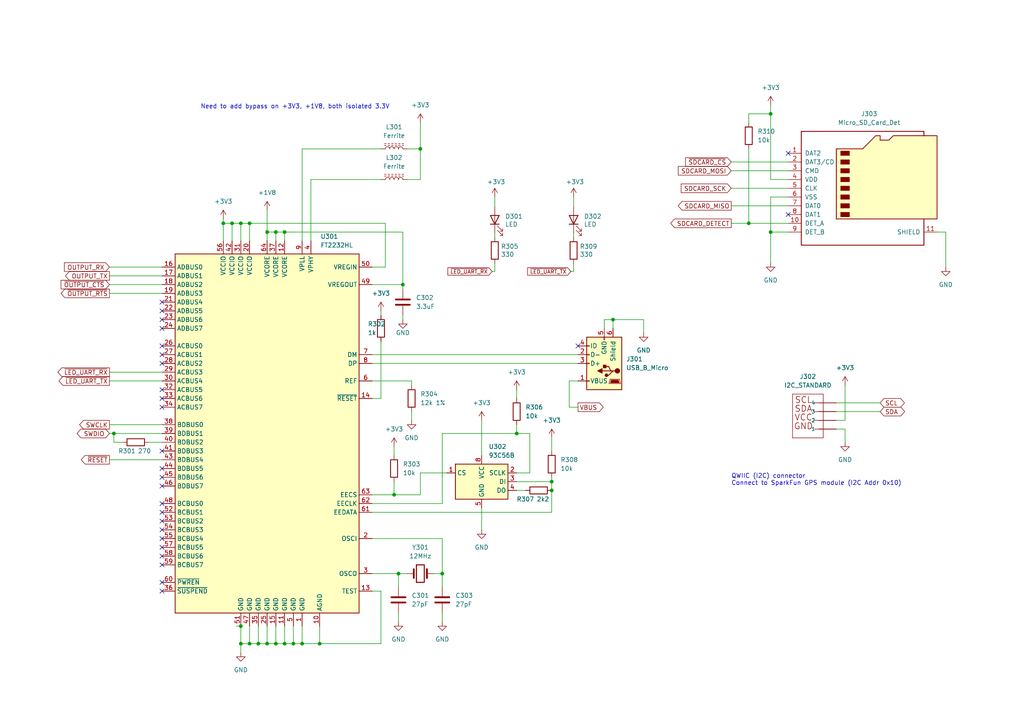
<source format=kicad_sch>
(kicad_sch (version 20211123) (generator eeschema)
  (paper "A4")
  (lib_symbols
    (symbol "Connector:Micro_SD_Card_Det" (pin_names (offset 1.016))
      (property "Reference" "J" (at -16.51 17.78 0))
      (property "Value" "Micro_SD_Card_Det" (at 16.51 17.78 0))
      (symbol "Micro_SD_Card_Det_0_1"
        (rectangle (start -7.62 -6.985) (end -5.08 -8.255) (fill (type outline)))
        (rectangle (start -7.62 -4.445) (end -5.08 -5.715) (fill (type outline)))
        (rectangle (start -7.62 -1.905) (end -5.08 -3.175) (fill (type outline)))
        (rectangle (start -7.62 0.635) (end -5.08 -0.635) (fill (type outline)))
        (rectangle (start -7.62 3.175) (end -5.08 1.905) (fill (type outline)))
        (rectangle (start -7.62 5.715) (end -5.08 4.445) (fill (type outline)))
        (rectangle (start -7.62 8.255) (end -5.08 6.985) (fill (type outline)))
        (rectangle (start -7.62 10.795) (end -5.08 9.525) (fill (type outline)))
        (polyline (pts (xy 16.51 15.24) (xy 16.51 16.51) (xy -19.05 16.51) (xy -19.05 -16.51) (xy 16.51 -16.51) (xy 16.51 -8.89)) (stroke (width 0.254)))
        (polyline (pts (xy -8.89 -8.89) (xy -8.89 11.43) (xy -1.27 11.43) (xy 2.54 15.24) (xy 3.81 15.24) (xy 3.81 13.97) (xy 6.35 13.97) (xy 7.62 15.24) (xy 20.32 15.24) (xy 20.32 -8.89) (xy -8.89 -8.89)) (stroke (width 0.254)) (fill (type background)))
      )
      (symbol "Micro_SD_Card_Det_1_1"
        (pin bidirectional line (at -22.86 10.16 0) (length 3.81) (name "DAT2") (number "1"))
        (pin passive line (at -22.86 -10.16 0) (length 3.81) (name "DET_A") (number "10"))
        (pin passive line (at 20.32 -12.7 180) (length 3.81) (name "SHIELD") (number "11"))
        (pin bidirectional line (at -22.86 7.62 0) (length 3.81) (name "DAT3/CD") (number "2"))
        (pin input line (at -22.86 5.08 0) (length 3.81) (name "CMD") (number "3"))
        (pin power_in line (at -22.86 2.54 0) (length 3.81) (name "VDD") (number "4"))
        (pin input line (at -22.86 0 0) (length 3.81) (name "CLK") (number "5"))
        (pin power_in line (at -22.86 -2.54 0) (length 3.81) (name "VSS") (number "6"))
        (pin bidirectional line (at -22.86 -5.08 0) (length 3.81) (name "DAT0") (number "7"))
        (pin bidirectional line (at -22.86 -7.62 0) (length 3.81) (name "DAT1") (number "8"))
        (pin passive line (at -22.86 -12.7 0) (length 3.81) (name "DET_B") (number "9"))
      )
    )
    (symbol "Connector:USB_B_Micro" (pin_names (offset 1.016))
      (property "Reference" "J" (at -5.08 11.43 0))
      (property "Value" "USB_B_Micro" (at -5.08 8.89 0))
      (symbol "USB_B_Micro_0_1"
        (rectangle (start -5.08 -7.62) (end 5.08 7.62) (stroke (width 0.254)) (fill (type background)))
        (circle (center -3.81 2.159) (radius 0.635) (stroke (width 0.254)) (fill (type outline)))
        (circle (center -0.635 3.429) (radius 0.381) (stroke (width 0.254)) (fill (type outline)))
        (rectangle (start -0.127 -7.62) (end 0.127 -6.858))
        (polyline (pts (xy -1.905 2.159) (xy 0.635 2.159)) (stroke (width 0.254)))
        (polyline (pts (xy -3.175 2.159) (xy -2.54 2.159) (xy -1.27 3.429) (xy -0.635 3.429)) (stroke (width 0.254)))
        (polyline (pts (xy -2.54 2.159) (xy -1.905 2.159) (xy -1.27 0.889) (xy 0 0.889)) (stroke (width 0.254)))
        (polyline (pts (xy 0.635 2.794) (xy 0.635 1.524) (xy 1.905 2.159) (xy 0.635 2.794)) (stroke (width 0.254)) (fill (type outline)))
        (polyline (pts (xy -4.318 5.588) (xy -1.778 5.588) (xy -2.032 4.826) (xy -4.064 4.826) (xy -4.318 5.588)) (fill (type outline)))
        (polyline (pts (xy -4.699 5.842) (xy -4.699 5.588) (xy -4.445 4.826) (xy -4.445 4.572) (xy -1.651 4.572) (xy -1.651 4.826) (xy -1.397 5.588) (xy -1.397 5.842) (xy -4.699 5.842)))
        (rectangle (start 0.254 1.27) (end -0.508 0.508) (stroke (width 0.254)) (fill (type outline)))
        (rectangle (start 5.08 -5.207) (end 4.318 -4.953))
        (rectangle (start 5.08 -2.667) (end 4.318 -2.413))
        (rectangle (start 5.08 -0.127) (end 4.318 0.127))
        (rectangle (start 5.08 4.953) (end 4.318 5.207))
      )
      (symbol "USB_B_Micro_1_1"
        (pin power_out line (at 7.62 5.08 180) (length 2.54) (name "VBUS") (number "1"))
        (pin bidirectional line (at 7.62 -2.54 180) (length 2.54) (name "D-") (number "2"))
        (pin bidirectional line (at 7.62 0 180) (length 2.54) (name "D+") (number "3"))
        (pin passive line (at 7.62 -5.08 180) (length 2.54) (name "ID") (number "4"))
        (pin power_out line (at 0 -10.16 90) (length 2.54) (name "GND") (number "5"))
        (pin passive line (at -2.54 -10.16 90) (length 2.54) (name "Shield") (number "6"))
      )
    )
    (symbol "Device:C" (pin_numbers hide) (pin_names (offset 0.254))
      (property "Reference" "C" (at 0.635 2.54 0))
      (property "Value" "C" (at 0.635 -2.54 0))
      (symbol "C_0_1"
        (polyline (pts (xy -2.032 -0.762) (xy 2.032 -0.762)) (stroke (width 0.508)))
        (polyline (pts (xy -2.032 0.762) (xy 2.032 0.762)) (stroke (width 0.508)))
      )
      (symbol "C_1_1"
        (pin passive line (at 0 3.81 270) (length 2.794) (name "~") (number "1"))
        (pin passive line (at 0 -3.81 90) (length 2.794) (name "~") (number "2"))
      )
    )
    (symbol "Device:Crystal" (pin_numbers hide) (pin_names (offset 1.016) hide)
      (property "Reference" "Y" (at 0 3.81 0))
      (property "Value" "Crystal" (at 0 -3.81 0))
      (symbol "Crystal_0_1"
        (rectangle (start -1.143 2.54) (end 1.143 -2.54) (stroke (width 0.3048)))
        (polyline (pts (xy -2.54 0) (xy -1.905 0)))
        (polyline (pts (xy -1.905 -1.27) (xy -1.905 1.27)) (stroke (width 0.508)))
        (polyline (pts (xy 1.905 -1.27) (xy 1.905 1.27)) (stroke (width 0.508)))
        (polyline (pts (xy 2.54 0) (xy 1.905 0)))
      )
      (symbol "Crystal_1_1"
        (pin passive line (at -3.81 0 0) (length 1.27) (name "1") (number "1"))
        (pin passive line (at 3.81 0 180) (length 1.27) (name "2") (number "2"))
      )
    )
    (symbol "Device:LED" (pin_numbers hide) (pin_names (offset 1.016) hide)
      (property "Reference" "D" (at 0 2.54 0))
      (property "Value" "LED" (at 0 -2.54 0))
      (symbol "LED_0_1"
        (polyline (pts (xy -1.27 -1.27) (xy -1.27 1.27)) (stroke (width 0.254)))
        (polyline (pts (xy -1.27 0) (xy 1.27 0)))
        (polyline (pts (xy 1.27 -1.27) (xy 1.27 1.27) (xy -1.27 0) (xy 1.27 -1.27)) (stroke (width 0.254)))
        (polyline (pts (xy -3.048 -0.762) (xy -4.572 -2.286) (xy -3.81 -2.286) (xy -4.572 -2.286) (xy -4.572 -1.524)))
        (polyline (pts (xy -1.778 -0.762) (xy -3.302 -2.286) (xy -2.54 -2.286) (xy -3.302 -2.286) (xy -3.302 -1.524)))
      )
      (symbol "LED_1_1"
        (pin passive line (at -3.81 0 0) (length 2.54) (name "K") (number "1"))
        (pin passive line (at 3.81 0 180) (length 2.54) (name "A") (number "2"))
      )
    )
    (symbol "Device:L_Ferrite" (pin_numbers hide) (pin_names (offset 1.016) hide)
      (property "Reference" "L" (at -1.27 0 90))
      (property "Value" "L_Ferrite" (at 2.794 0 90))
      (symbol "L_Ferrite_0_1"
        (arc (start 0 -2.54) (mid 0.635 -1.905) (end 0 -1.27))
        (arc (start 0 -1.27) (mid 0.635 -0.635) (end 0 0))
        (polyline (pts (xy 1.016 -2.794) (xy 1.016 -2.286)))
        (polyline (pts (xy 1.016 -1.778) (xy 1.016 -1.27)))
        (polyline (pts (xy 1.016 -0.762) (xy 1.016 -0.254)))
        (polyline (pts (xy 1.016 0.254) (xy 1.016 0.762)))
        (polyline (pts (xy 1.016 1.27) (xy 1.016 1.778)))
        (polyline (pts (xy 1.016 2.286) (xy 1.016 2.794)))
        (polyline (pts (xy 1.524 -2.286) (xy 1.524 -2.794)))
        (polyline (pts (xy 1.524 -1.27) (xy 1.524 -1.778)))
        (polyline (pts (xy 1.524 -0.254) (xy 1.524 -0.762)))
        (polyline (pts (xy 1.524 0.762) (xy 1.524 0.254)))
        (polyline (pts (xy 1.524 1.778) (xy 1.524 1.27)))
        (polyline (pts (xy 1.524 2.794) (xy 1.524 2.286)))
        (arc (start 0 0) (mid 0.635 0.635) (end 0 1.27))
        (arc (start 0 1.27) (mid 0.635 1.905) (end 0 2.54))
      )
      (symbol "L_Ferrite_1_1"
        (pin passive line (at 0 3.81 270) (length 1.27) (name "1") (number "1"))
        (pin passive line (at 0 -3.81 90) (length 1.27) (name "2") (number "2"))
      )
    )
    (symbol "Device:R" (pin_numbers hide) (pin_names (offset 0))
      (property "Reference" "R" (at 2.032 0 90))
      (property "Value" "R" (at 0 0 90))
      (symbol "R_0_1"
        (rectangle (start -1.016 -2.54) (end 1.016 2.54) (stroke (width 0.254)))
      )
      (symbol "R_1_1"
        (pin passive line (at 0 3.81 270) (length 1.27) (name "~") (number "1"))
        (pin passive line (at 0 -3.81 90) (length 1.27) (name "~") (number "2"))
      )
    )
    (symbol "Interface_USB:FT2232HL"
      (property "Reference" "U" (at -26.67 53.34 0))
      (property "Value" "FT2232HL" (at 19.05 53.34 0))
      (symbol "FT2232HL_0_1"
        (rectangle (start -26.67 -52.07) (end 26.67 52.07) (stroke (width 0.254)) (fill (type background)))
      )
      (symbol "FT2232HL_1_1"
        (pin power_in line (at -10.16 -55.88 90) (length 3.81) (name "GND") (number "1"))
        (pin power_in line (at -15.24 -55.88 90) (length 3.81) (name "AGND") (number "10"))
        (pin power_in line (at -5.08 -55.88 90) (length 3.81) (name "GND") (number "11"))
        (pin power_in line (at -5.08 55.88 270) (length 3.81) (name "VCORE") (number "12"))
        (pin input line (at -30.48 -45.72 0) (length 3.81) (name "TEST") (number "13"))
        (pin input line (at -30.48 10.16 0) (length 3.81) (name "~{RESET}") (number "14"))
        (pin power_in line (at -2.54 -55.88 90) (length 3.81) (name "GND") (number "15"))
        (pin bidirectional line (at 30.48 48.26 180) (length 3.81) (name "ADBUS0") (number "16"))
        (pin bidirectional line (at 30.48 45.72 180) (length 3.81) (name "ADBUS1") (number "17"))
        (pin bidirectional line (at 30.48 43.18 180) (length 3.81) (name "ADBUS2") (number "18"))
        (pin bidirectional line (at 30.48 40.64 180) (length 3.81) (name "ADBUS3") (number "19"))
        (pin input line (at -30.48 -30.48 0) (length 3.81) (name "OSCI") (number "2"))
        (pin power_in line (at 5.08 55.88 270) (length 3.81) (name "VCCIO") (number "20"))
        (pin bidirectional line (at 30.48 38.1 180) (length 3.81) (name "ADBUS4") (number "21"))
        (pin bidirectional line (at 30.48 35.56 180) (length 3.81) (name "ADBUS5") (number "22"))
        (pin bidirectional line (at 30.48 33.02 180) (length 3.81) (name "ADBUS6") (number "23"))
        (pin bidirectional line (at 30.48 30.48 180) (length 3.81) (name "ADBUS7") (number "24"))
        (pin power_in line (at 0 -55.88 90) (length 3.81) (name "GND") (number "25"))
        (pin bidirectional line (at 30.48 25.4 180) (length 3.81) (name "ACBUS0") (number "26"))
        (pin bidirectional line (at 30.48 22.86 180) (length 3.81) (name "ACBUS1") (number "27"))
        (pin bidirectional line (at 30.48 20.32 180) (length 3.81) (name "ACBUS2") (number "28"))
        (pin bidirectional line (at 30.48 17.78 180) (length 3.81) (name "ACBUS3") (number "29"))
        (pin output line (at -30.48 -40.64 0) (length 3.81) (name "OSCO") (number "3"))
        (pin bidirectional line (at 30.48 15.24 180) (length 3.81) (name "ACBUS4") (number "30"))
        (pin power_in line (at 7.62 55.88 270) (length 3.81) (name "VCCIO") (number "31"))
        (pin bidirectional line (at 30.48 12.7 180) (length 3.81) (name "ACBUS5") (number "32"))
        (pin bidirectional line (at 30.48 10.16 180) (length 3.81) (name "ACBUS6") (number "33"))
        (pin bidirectional line (at 30.48 7.62 180) (length 3.81) (name "ACBUS7") (number "34"))
        (pin power_in line (at 2.54 -55.88 90) (length 3.81) (name "GND") (number "35"))
        (pin output line (at 30.48 -45.72 180) (length 3.81) (name "~{SUSPEND}") (number "36"))
        (pin power_in line (at -2.54 55.88 270) (length 3.81) (name "VCORE") (number "37"))
        (pin bidirectional line (at 30.48 2.54 180) (length 3.81) (name "BDBUS0") (number "38"))
        (pin bidirectional line (at 30.48 0 180) (length 3.81) (name "BDBUS1") (number "39"))
        (pin power_in line (at -12.7 55.88 270) (length 3.81) (name "VPHY") (number "4"))
        (pin bidirectional line (at 30.48 -2.54 180) (length 3.81) (name "BDBUS2") (number "40"))
        (pin bidirectional line (at 30.48 -5.08 180) (length 3.81) (name "BDBUS3") (number "41"))
        (pin power_in line (at 10.16 55.88 270) (length 3.81) (name "VCCIO") (number "42"))
        (pin bidirectional line (at 30.48 -7.62 180) (length 3.81) (name "BDBUS4") (number "43"))
        (pin bidirectional line (at 30.48 -10.16 180) (length 3.81) (name "BDBUS5") (number "44"))
        (pin bidirectional line (at 30.48 -12.7 180) (length 3.81) (name "BDBUS6") (number "45"))
        (pin bidirectional line (at 30.48 -15.24 180) (length 3.81) (name "BDBUS7") (number "46"))
        (pin power_in line (at 5.08 -55.88 90) (length 3.81) (name "GND") (number "47"))
        (pin bidirectional line (at 30.48 -20.32 180) (length 3.81) (name "BCBUS0") (number "48"))
        (pin power_out line (at -30.48 43.18 0) (length 3.81) (name "VREGOUT") (number "49"))
        (pin power_in line (at -7.62 -55.88 90) (length 3.81) (name "GND") (number "5"))
        (pin power_in line (at -30.48 48.26 0) (length 3.81) (name "VREGIN") (number "50"))
        (pin power_in line (at 7.62 -55.88 90) (length 3.81) (name "GND") (number "51"))
        (pin bidirectional line (at 30.48 -22.86 180) (length 3.81) (name "BCBUS1") (number "52"))
        (pin bidirectional line (at 30.48 -25.4 180) (length 3.81) (name "BCBUS2") (number "53"))
        (pin bidirectional line (at 30.48 -27.94 180) (length 3.81) (name "BCBUS3") (number "54"))
        (pin bidirectional line (at 30.48 -30.48 180) (length 3.81) (name "BCBUS4") (number "55"))
        (pin power_in line (at 12.7 55.88 270) (length 3.81) (name "VCCIO") (number "56"))
        (pin bidirectional line (at 30.48 -33.02 180) (length 3.81) (name "BCBUS5") (number "57"))
        (pin bidirectional line (at 30.48 -35.56 180) (length 3.81) (name "BCBUS6") (number "58"))
        (pin bidirectional line (at 30.48 -38.1 180) (length 3.81) (name "BCBUS7") (number "59"))
        (pin output line (at -30.48 15.24 0) (length 3.81) (name "REF") (number "6"))
        (pin output line (at 30.48 -43.18 180) (length 3.81) (name "~{PWREN}") (number "60"))
        (pin bidirectional line (at -30.48 -22.86 0) (length 3.81) (name "EEDATA") (number "61"))
        (pin output line (at -30.48 -20.32 0) (length 3.81) (name "EECLK") (number "62"))
        (pin output line (at -30.48 -17.78 0) (length 3.81) (name "EECS") (number "63"))
        (pin power_in line (at 0 55.88 270) (length 3.81) (name "VCORE") (number "64"))
        (pin bidirectional line (at -30.48 22.86 0) (length 3.81) (name "DM") (number "7"))
        (pin bidirectional line (at -30.48 20.32 0) (length 3.81) (name "DP") (number "8"))
        (pin input line (at -10.16 55.88 270) (length 3.81) (name "VPLL") (number "9"))
      )
    )
    (symbol "Memory_EEPROM:93CxxB"
      (property "Reference" "U" (at -7.62 6.35 0))
      (property "Value" "93CxxB" (at 2.54 -6.35 0))
      (symbol "93CxxB_1_1"
        (rectangle (start -7.62 5.08) (end 7.62 -5.08) (stroke (width 0.254)) (fill (type background)))
        (pin input line (at -10.16 2.54 0) (length 2.54) (name "CS") (number "1"))
        (pin input line (at 10.16 2.54 180) (length 2.54) (name "SCLK") (number "2"))
        (pin input line (at 10.16 0 180) (length 2.54) (name "DI") (number "3"))
        (pin tri_state line (at 10.16 -2.54 180) (length 2.54) (name "DO") (number "4"))
        (pin power_in line (at 0 -7.62 90) (length 2.54) (name "GND") (number "5"))
        (pin no_connect line (at -7.62 0 0) (length 2.54) hide (name "NC") (number "6"))
        (pin no_connect line (at -7.62 -2.54 0) (length 2.54) hide (name "NC") (number "7"))
        (pin power_in line (at 0 7.62 270) (length 2.54) (name "VCC") (number "8"))
      )
    )
    (symbol "SparkFun-Connectors:I2C_STANDARD" (pin_numbers hide) (pin_names (offset 1.016))
      (property "Reference" "J" (at -2.54 13.462 0))
      (property "Value" "I2C_STANDARD" (at -2.54 -2.54 0))
      (symbol "I2C_STANDARD_1_0"
        (polyline (pts (xy -2.54 12.7) (xy -2.54 0)))
        (polyline (pts (xy -2.54 12.7) (xy 6.35 12.7)))
        (polyline (pts (xy 3.81 2.54) (xy 5.08 2.54)))
        (polyline (pts (xy 3.81 5.08) (xy 5.08 5.08)))
        (polyline (pts (xy 3.81 7.62) (xy 5.08 7.62)))
        (polyline (pts (xy 3.81 10.16) (xy 5.08 10.16)))
        (polyline (pts (xy 6.35 0) (xy -2.54 0)))
        (polyline (pts (xy 6.35 0) (xy 6.35 12.7)))
        (text "GND" (at 0.635 3.429 0) (effects (font (size 1.778 1.778))))
        (text "SCL" (at 0.635 11.049 0) (effects (font (size 1.778 1.778))))
        (text "SDA" (at 0.635 8.509 0) (effects (font (size 1.778 1.778))))
        (text "VCC" (at 0.635 5.969 0) (effects (font (size 1.778 1.778))))
      )
      (symbol "I2C_STANDARD_1_1"
        (pin passive line (at 10.16 2.54 180) (length 5.08) (name "1") (number "1"))
        (pin passive line (at 10.16 5.08 180) (length 5.08) (name "2") (number "2"))
        (pin passive line (at 10.16 7.62 180) (length 5.08) (name "3") (number "3"))
        (pin passive line (at 10.16 10.16 180) (length 5.08) (name "4") (number "4"))
      )
    )
    (symbol "power:+1V8" (power) (pin_names (offset 0))
      (property "Value" "+1V8" (at 0 3.556 0))
      (symbol "+1V8_0_1"
        (polyline (pts (xy -0.762 1.27) (xy 0 2.54)))
        (polyline (pts (xy 0 0) (xy 0 2.54)))
        (polyline (pts (xy 0 2.54) (xy 0.762 1.27)))
      )
      (symbol "+1V8_1_1"
        (pin power_in line (at 0 0 90) (length 0) hide (name "+1V8") (number "1"))
      )
    )
    (symbol "power:+3V3" (power) (pin_names (offset 0))
      (property "Value" "+3V3" (at 0 3.556 0))
      (symbol "+3V3_0_1"
        (polyline (pts (xy -0.762 1.27) (xy 0 2.54)))
        (polyline (pts (xy 0 0) (xy 0 2.54)))
        (polyline (pts (xy 0 2.54) (xy 0.762 1.27)))
      )
      (symbol "+3V3_1_1"
        (pin power_in line (at 0 0 90) (length 0) hide (name "+3V3") (number "1"))
      )
    )
    (symbol "power:GND" (power) (pin_names (offset 0))
      (property "Value" "GND" (at 0 -3.81 0))
      (symbol "GND_0_1"
        (polyline (pts (xy 0 0) (xy 0 -1.27) (xy 1.27 -1.27) (xy 0 -2.54) (xy -1.27 -1.27) (xy 0 -1.27)))
      )
      (symbol "GND_1_1"
        (pin power_in line (at 0 0 270) (length 0) hide (name "GND") (number "1"))
      )
    )
  )
  (junction (at 72.39 64.77))
  (junction (at 217.17 64.77))
  (junction (at 160.02 139.7))
  (junction (at 149.86 125.73))
  (junction (at 64.77 64.77))
  (junction (at 177.8 92.71))
  (junction (at 114.3 143.51))
  (junction (at 69.85 181.61))
  (junction (at 72.39 186.69))
  (junction (at 223.52 67.31))
  (junction (at 69.85 186.69))
  (junction (at 67.31 64.77))
  (junction (at 80.01 186.69))
  (junction (at 160.02 142.24))
  (junction (at 80.01 67.31))
  (junction (at 69.85 64.77))
  (junction (at 128.27 166.37))
  (junction (at 77.47 67.31))
  (junction (at 121.92 43.18))
  (junction (at 82.55 67.31))
  (junction (at 87.63 186.69))
  (junction (at 92.71 186.69))
  (junction (at 74.93 186.69))
  (junction (at 223.52 33.02))
  (junction (at 82.55 186.69))
  (junction (at 115.57 166.37))
  (junction (at 77.47 186.69))
  (junction (at 116.84 82.55))
  (junction (at 33.02 125.73))
  (junction (at 85.09 186.69))
  (no_connect (at 228.6 62.23))
  (no_connect (at 46.99 148.59))
  (no_connect (at 46.99 163.83))
  (no_connect (at 46.99 90.17))
  (no_connect (at 46.99 87.63))
  (no_connect (at 46.99 168.91))
  (no_connect (at 46.99 153.67))
  (no_connect (at 167.64 100.33))
  (no_connect (at 46.99 158.75))
  (no_connect (at 46.99 113.03))
  (no_connect (at 46.99 151.13))
  (no_connect (at 46.99 156.21))
  (no_connect (at 46.99 105.41))
  (no_connect (at 46.99 146.05))
  (no_connect (at 46.99 102.87))
  (no_connect (at 46.99 118.11))
  (no_connect (at 46.99 138.43))
  (no_connect (at 46.99 171.45))
  (no_connect (at 46.99 100.33))
  (no_connect (at 46.99 92.71))
  (no_connect (at 228.6 44.45))
  (no_connect (at 46.99 135.89))
  (no_connect (at 46.99 95.25))
  (no_connect (at 46.99 140.97))
  (no_connect (at 46.99 161.29))
  (no_connect (at 46.99 130.81))
  (no_connect (at 46.99 115.57))
  (wire (pts (xy 114.3 143.51) (xy 121.92 143.51)))
  (wire (pts (xy 242.57 121.92) (xy 245.11 121.92)))
  (wire (pts (xy 121.92 52.07) (xy 118.11 52.07)))
  (wire (pts (xy 74.93 186.69) (xy 72.39 186.69)))
  (wire (pts (xy 245.11 124.46) (xy 245.11 128.27)))
  (wire (pts (xy 35.56 128.27) (xy 33.02 128.27)))
  (wire (pts (xy 212.09 49.53) (xy 228.6 49.53)))
  (wire (pts (xy 85.09 181.61) (xy 85.09 186.69)))
  (wire (pts (xy 149.86 123.19) (xy 149.86 125.73)))
  (wire (pts (xy 166.37 68.834) (xy 166.37 67.564)))
  (wire (pts (xy 69.85 181.61) (xy 68.58 181.61)))
  (wire (pts (xy 115.57 166.37) (xy 118.11 166.37)))
  (wire (pts (xy 80.01 186.69) (xy 77.47 186.69)))
  (wire (pts (xy 128.27 170.18) (xy 128.27 166.37)))
  (wire (pts (xy 166.37 57.15) (xy 166.37 59.944)))
  (wire (pts (xy 92.71 186.69) (xy 110.49 186.69)))
  (wire (pts (xy 242.57 116.84) (xy 255.27 116.84)))
  (wire (pts (xy 167.64 110.49) (xy 165.1 110.49)))
  (wire (pts (xy 119.38 119.38) (xy 119.38 121.92)))
  (wire (pts (xy 107.95 146.05) (xy 128.27 146.05)))
  (wire (pts (xy 31.75 77.47) (xy 46.99 77.47)))
  (wire (pts (xy 115.57 166.37) (xy 115.57 170.18)))
  (wire (pts (xy 165.608 78.74) (xy 166.37 78.74)))
  (wire (pts (xy 107.95 143.51) (xy 114.3 143.51)))
  (wire (pts (xy 87.63 186.69) (xy 85.09 186.69)))
  (wire (pts (xy 116.84 91.44) (xy 116.84 92.71)))
  (wire (pts (xy 43.18 128.27) (xy 46.99 128.27)))
  (wire (pts (xy 64.77 63.5) (xy 64.77 64.77)))
  (wire (pts (xy 149.86 113.03) (xy 149.86 115.57)))
  (wire (pts (xy 31.75 125.73) (xy 33.02 125.73)))
  (wire (pts (xy 92.71 186.69) (xy 87.63 186.69)))
  (wire (pts (xy 223.52 67.31) (xy 223.52 76.2)))
  (wire (pts (xy 114.3 129.54) (xy 114.3 132.08)))
  (wire (pts (xy 160.02 138.43) (xy 160.02 139.7)))
  (wire (pts (xy 114.3 139.7) (xy 114.3 143.51)))
  (wire (pts (xy 242.57 119.38) (xy 255.27 119.38)))
  (wire (pts (xy 31.75 85.09) (xy 46.99 85.09)))
  (wire (pts (xy 33.02 125.73) (xy 33.02 128.27)))
  (wire (pts (xy 217.17 64.77) (xy 228.6 64.77)))
  (wire (pts (xy 77.47 186.69) (xy 74.93 186.69)))
  (wire (pts (xy 77.47 181.61) (xy 77.47 186.69)))
  (wire (pts (xy 116.84 67.31) (xy 116.84 82.55)))
  (wire (pts (xy 142.748 78.74) (xy 143.51 78.74)))
  (wire (pts (xy 85.09 186.69) (xy 82.55 186.69)))
  (wire (pts (xy 217.17 33.02) (xy 223.52 33.02)))
  (wire (pts (xy 31.75 107.95) (xy 46.99 107.95)))
  (wire (pts (xy 212.09 54.61) (xy 228.6 54.61)))
  (wire (pts (xy 128.27 156.21) (xy 107.95 156.21)))
  (wire (pts (xy 121.92 43.18) (xy 118.11 43.18)))
  (wire (pts (xy 177.8 92.71) (xy 175.26 92.71)))
  (wire (pts (xy 77.47 67.31) (xy 77.47 69.85)))
  (wire (pts (xy 74.93 181.61) (xy 74.93 186.69)))
  (wire (pts (xy 90.17 52.07) (xy 90.17 69.85)))
  (wire (pts (xy 92.71 181.61) (xy 92.71 186.69)))
  (wire (pts (xy 166.37 78.74) (xy 166.37 76.454)))
  (wire (pts (xy 143.51 57.15) (xy 143.51 59.944)))
  (wire (pts (xy 67.31 69.85) (xy 67.31 64.77)))
  (wire (pts (xy 125.73 166.37) (xy 128.27 166.37)))
  (wire (pts (xy 82.55 67.31) (xy 116.84 67.31)))
  (wire (pts (xy 69.85 186.69) (xy 69.85 181.61)))
  (wire (pts (xy 153.67 137.16) (xy 149.86 137.16)))
  (wire (pts (xy 111.76 77.47) (xy 107.95 77.47)))
  (wire (pts (xy 160.02 139.7) (xy 160.02 142.24)))
  (wire (pts (xy 107.95 110.49) (xy 119.38 110.49)))
  (wire (pts (xy 245.11 121.92) (xy 245.11 111.76)))
  (wire (pts (xy 165.1 118.11) (xy 167.64 118.11)))
  (wire (pts (xy 149.86 139.7) (xy 160.02 139.7)))
  (wire (pts (xy 149.86 142.24) (xy 152.4 142.24)))
  (wire (pts (xy 186.69 96.52) (xy 186.69 92.71)))
  (wire (pts (xy 212.09 46.99) (xy 228.6 46.99)))
  (wire (pts (xy 121.92 43.18) (xy 121.92 52.07)))
  (wire (pts (xy 80.01 67.31) (xy 77.47 67.31)))
  (wire (pts (xy 107.95 115.57) (xy 110.49 115.57)))
  (wire (pts (xy 80.01 181.61) (xy 80.01 186.69)))
  (wire (pts (xy 160.02 127) (xy 160.02 130.81)))
  (wire (pts (xy 212.09 59.69) (xy 228.6 59.69)))
  (wire (pts (xy 116.84 82.55) (xy 116.84 83.82)))
  (wire (pts (xy 110.49 171.45) (xy 107.95 171.45)))
  (wire (pts (xy 175.26 92.71) (xy 175.26 95.25)))
  (wire (pts (xy 228.6 57.15) (xy 223.52 57.15)))
  (wire (pts (xy 177.8 92.71) (xy 177.8 95.25)))
  (wire (pts (xy 72.39 64.77) (xy 69.85 64.77)))
  (wire (pts (xy 223.52 30.48) (xy 223.52 33.02)))
  (wire (pts (xy 31.75 110.49) (xy 46.99 110.49)))
  (wire (pts (xy 72.39 181.61) (xy 72.39 186.69)))
  (wire (pts (xy 115.57 177.8) (xy 115.57 180.34)))
  (wire (pts (xy 82.55 186.69) (xy 80.01 186.69)))
  (wire (pts (xy 107.95 148.59) (xy 160.02 148.59)))
  (wire (pts (xy 31.75 133.35) (xy 46.99 133.35)))
  (wire (pts (xy 69.85 64.77) (xy 67.31 64.77)))
  (wire (pts (xy 121.92 143.51) (xy 121.92 137.16)))
  (wire (pts (xy 149.86 125.73) (xy 153.67 125.73)))
  (wire (pts (xy 67.31 64.77) (xy 64.77 64.77)))
  (wire (pts (xy 33.02 125.73) (xy 46.99 125.73)))
  (wire (pts (xy 274.32 77.47) (xy 274.32 67.31)))
  (wire (pts (xy 82.55 67.31) (xy 80.01 67.31)))
  (wire (pts (xy 217.17 35.56) (xy 217.17 33.02)))
  (wire (pts (xy 128.27 177.8) (xy 128.27 180.34)))
  (wire (pts (xy 110.49 186.69) (xy 110.49 171.45)))
  (wire (pts (xy 121.92 137.16) (xy 129.54 137.16)))
  (wire (pts (xy 31.75 80.01) (xy 46.99 80.01)))
  (wire (pts (xy 110.49 99.06) (xy 110.49 115.57)))
  (wire (pts (xy 110.49 90.17) (xy 110.49 91.44)))
  (wire (pts (xy 242.57 124.46) (xy 245.11 124.46)))
  (wire (pts (xy 121.92 35.56) (xy 121.92 43.18)))
  (wire (pts (xy 77.47 60.96) (xy 77.47 67.31)))
  (wire (pts (xy 223.52 33.02) (xy 223.52 52.07)))
  (wire (pts (xy 128.27 146.05) (xy 128.27 125.73)))
  (wire (pts (xy 87.63 181.61) (xy 87.63 186.69)))
  (wire (pts (xy 223.52 67.31) (xy 228.6 67.31)))
  (wire (pts (xy 139.7 121.92) (xy 139.7 132.08)))
  (wire (pts (xy 139.7 147.32) (xy 139.7 153.67)))
  (wire (pts (xy 128.27 166.37) (xy 128.27 156.21)))
  (wire (pts (xy 107.95 166.37) (xy 115.57 166.37)))
  (wire (pts (xy 31.75 82.55) (xy 46.99 82.55)))
  (wire (pts (xy 82.55 69.85) (xy 82.55 67.31)))
  (wire (pts (xy 87.63 43.18) (xy 110.49 43.18)))
  (wire (pts (xy 228.6 52.07) (xy 223.52 52.07)))
  (wire (pts (xy 274.32 67.31) (xy 271.78 67.31)))
  (wire (pts (xy 107.95 102.87) (xy 167.64 102.87)))
  (wire (pts (xy 72.39 69.85) (xy 72.39 64.77)))
  (wire (pts (xy 87.63 43.18) (xy 87.63 69.85)))
  (wire (pts (xy 143.51 78.74) (xy 143.51 76.454)))
  (wire (pts (xy 107.95 82.55) (xy 116.84 82.55)))
  (wire (pts (xy 160.02 142.24) (xy 160.02 148.59)))
  (wire (pts (xy 111.76 64.77) (xy 111.76 77.47)))
  (wire (pts (xy 217.17 43.18) (xy 217.17 64.77)))
  (wire (pts (xy 212.09 64.77) (xy 217.17 64.77)))
  (wire (pts (xy 69.85 69.85) (xy 69.85 64.77)))
  (wire (pts (xy 69.85 189.23) (xy 69.85 186.69)))
  (wire (pts (xy 143.51 68.834) (xy 143.51 67.564)))
  (wire (pts (xy 82.55 181.61) (xy 82.55 186.69)))
  (wire (pts (xy 165.1 110.49) (xy 165.1 118.11)))
  (wire (pts (xy 72.39 64.77) (xy 111.76 64.77)))
  (wire (pts (xy 107.95 105.41) (xy 167.64 105.41)))
  (wire (pts (xy 119.38 110.49) (xy 119.38 111.76)))
  (wire (pts (xy 72.39 186.69) (xy 69.85 186.69)))
  (wire (pts (xy 153.67 125.73) (xy 153.67 137.16)))
  (wire (pts (xy 80.01 69.85) (xy 80.01 67.31)))
  (wire (pts (xy 31.75 123.19) (xy 46.99 123.19)))
  (wire (pts (xy 186.69 92.71) (xy 177.8 92.71)))
  (wire (pts (xy 64.77 64.77) (xy 64.77 69.85)))
  (wire (pts (xy 90.17 52.07) (xy 110.49 52.07)))
  (wire (pts (xy 128.27 125.73) (xy 149.86 125.73)))
  (wire (pts (xy 223.52 57.15) (xy 223.52 67.31)))
  (text "Need to add bypass on +3V3, +1V8, both isolated 3.3V" (at 113.03 31.75 0) (effects (font (size 1.27 1.27)) (justify right bottom)))
  (text "QWIIC (I2C) connector\nConnect to SparkFun GPS module (I2C Addr 0x10)" (at 212.09 140.97 0) (effects (font (size 1.27 1.27)) (justify left bottom)))
  (global_label "SDA" (shape bidirectional) (at 255.27 119.38 0) (property "Intersheet References" "${INTERSHEET_REFS}" (effects hide)))
  (global_label "OUTPUT_TX" (shape output) (at 31.75 80.01 180) (property "Intersheet References" "${INTERSHEET_REFS}" (effects hide)))
  (global_label "SWCLK" (shape output) (at 31.75 123.19 180) (property "Intersheet References" "${INTERSHEET_REFS}" (effects hide)))
  (global_label "SDCARD_DETECT" (shape output) (at 212.09 64.77 180) (property "Intersheet References" "${INTERSHEET_REFS}" (effects hide)))
  (global_label "SWDIO" (shape bidirectional) (at 31.75 125.73 180) (property "Intersheet References" "${INTERSHEET_REFS}" (effects hide)))
  (global_label "~{RESET}" (shape output) (at 31.75 133.35 180) (property "Intersheet References" "${INTERSHEET_REFS}" (effects hide)))
  (global_label "~{LED_UART_RX}" (shape output) (at 31.75 107.95 180) (property "Intersheet References" "${INTERSHEET_REFS}" (effects hide)))
  (global_label "~{LED_UART_TX}" (shape input) (at 165.608 78.74 180) (effects (font (size 1.0922 1.0922))) (property "Intersheet References" "${INTERSHEET_REFS}" (effects hide)))
  (global_label "SDCARD_SCK" (shape input) (at 212.09 54.61 180) (property "Intersheet References" "${INTERSHEET_REFS}" (effects hide)))
  (global_label "~{LED_UART_RX}" (shape input) (at 142.748 78.74 180) (effects (font (size 1.0922 1.0922))) (property "Intersheet References" "${INTERSHEET_REFS}" (effects hide)))
  (global_label "SDCARD_MOSI" (shape input) (at 212.09 49.53 180) (property "Intersheet References" "${INTERSHEET_REFS}" (effects hide)))
  (global_label "SDCARD_MISO" (shape output) (at 212.09 59.69 180) (property "Intersheet References" "${INTERSHEET_REFS}" (effects hide)))
  (global_label "VBUS" (shape output) (at 167.64 118.11 0) (property "Intersheet References" "${INTERSHEET_REFS}" (effects hide)))
  (global_label "~{OUTPUT_RTS}" (shape output) (at 31.75 85.09 180) (property "Intersheet References" "${INTERSHEET_REFS}" (effects hide)))
  (global_label "~{OUTPUT_CTS}" (shape input) (at 31.75 82.55 180) (property "Intersheet References" "${INTERSHEET_REFS}" (effects hide)))
  (global_label "OUTPUT_RX" (shape input) (at 31.75 77.47 180) (property "Intersheet References" "${INTERSHEET_REFS}" (effects hide)))
  (global_label "~{LED_UART_TX}" (shape output) (at 31.75 110.49 180) (property "Intersheet References" "${INTERSHEET_REFS}" (effects hide)))
  (global_label "~{SDCARD_CS}" (shape input) (at 212.09 46.99 180) (property "Intersheet References" "${INTERSHEET_REFS}" (effects hide)))
  (global_label "SCL" (shape bidirectional) (at 255.27 116.84 0) (property "Intersheet References" "${INTERSHEET_REFS}" (effects hide)))
  (symbol (lib_id "Memory_EEPROM:93CxxB") (at 139.7 139.7 0) (unit 1)
    (property "Reference" "U302" (at 141.7194 129.54 0) (effects (justify left)))
    (property "Value" "93C56B" (at 141.7194 132.08 0) (effects (justify left)))
    (property "Footprint" "Package_SO:SOIC-8_3.9x4.9mm_P1.27mm" (effects hide))
    (property "Datasheet" "http://ww1.microchip.com/downloads/en/DeviceDoc/20001749K.pdf" (effects hide))
  )
  (symbol (lib_id "power:+3V3") (at 223.52 30.48 0) (unit 1)
    (property "Reference" "#PWR0318" (effects hide))
    (property "Value" "+3V3" (at 223.52 25.4 0))
  )
  (symbol (lib_id "power:GND") (at 186.69 96.52 0) (unit 1)
    (property "Reference" "#PWR0317" (effects hide))
    (property "Value" "GND" (at 186.69 101.6 0))
  )
  (symbol (lib_id "power:GND") (at 128.27 180.34 0) (unit 1)
    (property "Reference" "#PWR0310" (effects hide))
    (property "Value" "GND" (at 128.27 185.42 0))
  )
  (symbol (lib_id "power:+3V3") (at 110.49 90.17 0) (unit 1)
    (property "Reference" "#PWR0304" (effects hide))
    (property "Value" "+3V3" (at 110.49 85.09 0))
  )
  (symbol (lib_id "power:+1V8") (at 77.47 60.96 0) (unit 1)
    (property "Reference" "#PWR0303" (effects hide))
    (property "Value" "+1V8" (at 77.47 55.88 0))
  )
  (symbol (lib_id "Device:LED") (at 143.51 63.754 90) (unit 1)
    (property "Reference" "D301" (at 146.5072 62.7634 90) (effects (justify right)))
    (property "Value" "LED" (at 146.5072 65.0748 90) (effects (justify right)))
  )
  (symbol (lib_id "Device:Crystal") (at 121.92 166.37 0) (mirror y) (unit 1)
    (property "Reference" "Y301" (at 121.92 158.75 0))
    (property "Value" "12MHz" (at 121.92 161.29 0))
    (property "Footprint" "Crystal:Crystal_HC18-U_Horizontal" (effects hide))
  )
  (symbol (lib_id "power:+3V3") (at 245.11 111.76 0) (unit 1)
    (property "Reference" "#PWR0320" (effects hide))
    (property "Value" "+3V3" (at 245.11 106.68 0))
  )
  (symbol (lib_id "Device:C") (at 115.57 173.99 0) (unit 1)
    (property "Reference" "C301" (at 119.38 172.7199 0) (effects (justify left)))
    (property "Value" "27pF" (at 119.38 175.2599 0) (effects (justify left)))
  )
  (symbol (lib_id "Device:R") (at 114.3 135.89 0) (unit 1)
    (property "Reference" "R303" (at 116.84 134.6199 0) (effects (justify left)))
    (property "Value" "10k" (at 116.84 137.1599 0) (effects (justify left)))
  )
  (symbol (lib_id "power:+3V3") (at 160.02 127 0) (unit 1)
    (property "Reference" "#PWR0315" (effects hide))
    (property "Value" "+3V3" (at 160.02 121.92 0))
  )
  (symbol (lib_id "power:GND") (at 245.11 128.27 0) (unit 1)
    (property "Reference" "#PWR0321" (effects hide))
    (property "Value" "GND" (at 245.11 133.35 0))
  )
  (symbol (lib_id "power:GND") (at 139.7 153.67 0) (unit 1)
    (property "Reference" "#PWR0312" (effects hide))
    (property "Value" "GND" (at 139.7 158.75 0))
  )
  (symbol (lib_id "Device:R") (at 166.37 72.644 0) (unit 1)
    (property "Reference" "R309" (at 168.148 71.4756 0) (effects (justify left)))
    (property "Value" "330" (at 168.148 73.787 0) (effects (justify left)))
  )
  (symbol (lib_id "Device:R") (at 143.51 72.644 0) (unit 1)
    (property "Reference" "R305" (at 145.288 71.4756 0) (effects (justify left)))
    (property "Value" "330" (at 145.288 73.787 0) (effects (justify left)))
  )
  (symbol (lib_id "power:GND") (at 223.52 76.2 0) (unit 1)
    (property "Reference" "#PWR0319" (effects hide))
    (property "Value" "GND" (at 223.52 81.28 0))
  )
  (symbol (lib_id "Device:L_Ferrite") (at 114.3 52.07 90) (unit 1)
    (property "Reference" "L302" (at 114.3 45.72 90))
    (property "Value" "Ferrite" (at 114.3 48.26 90))
    (property "Footprint" "Inductor_SMD:L_0805_2012Metric_Pad1.05x1.20mm_HandSolder" (effects hide))
  )
  (symbol (lib_id "power:+3V3") (at 149.86 113.03 0) (unit 1)
    (property "Reference" "#PWR0314" (effects hide))
    (property "Value" "+3V3" (at 149.86 107.95 0))
  )
  (symbol (lib_id "power:+3V3") (at 121.92 35.56 0) (unit 1)
    (property "Reference" "#PWR0309" (effects hide))
    (property "Value" "+3V3" (at 121.92 30.48 0))
  )
  (symbol (lib_id "Device:C") (at 128.27 173.99 0) (unit 1)
    (property "Reference" "C303" (at 132.08 172.7199 0) (effects (justify left)))
    (property "Value" "27pF" (at 132.08 175.2599 0) (effects (justify left)))
  )
  (symbol (lib_id "power:GND") (at 69.85 189.23 0) (unit 1)
    (property "Reference" "#PWR0302" (effects hide))
    (property "Value" "GND" (at 69.85 194.31 0))
  )
  (symbol (lib_id "Connector:USB_B_Micro") (at 175.26 105.41 180) (unit 1)
    (property "Reference" "J301" (at 181.61 104.1399 0) (effects (justify right)))
    (property "Value" "USB_B_Micro" (at 181.61 106.6799 0) (effects (justify right)))
    (property "Footprint" "Connector_USB:USB_Micro-B_Amphenol_10103594-0001LF_Horizontal" (effects hide))
  )
  (symbol (lib_id "Device:R") (at 217.17 39.37 0) (unit 1)
    (property "Reference" "R310" (at 219.71 38.0999 0) (effects (justify left)))
    (property "Value" "10k" (at 219.71 40.6399 0) (effects (justify left)))
  )
  (symbol (lib_id "Device:R") (at 119.38 115.57 0) (unit 1)
    (property "Reference" "R304" (at 121.92 114.2999 0) (effects (justify left)))
    (property "Value" "12k 1%" (at 121.92 116.8399 0) (effects (justify left)))
  )
  (symbol (lib_id "Device:R") (at 110.49 95.25 0) (unit 1)
    (property "Reference" "R302" (at 106.68 93.98 0) (effects (justify left)))
    (property "Value" "1k" (at 106.68 96.52 0) (effects (justify left)))
  )
  (symbol (lib_id "Device:L_Ferrite") (at 114.3 43.18 90) (unit 1)
    (property "Reference" "L301" (at 114.3 36.83 90))
    (property "Value" "Ferrite" (at 114.3 39.37 90))
    (property "Footprint" "Inductor_SMD:L_0805_2012Metric_Pad1.05x1.20mm_HandSolder" (effects hide))
  )
  (symbol (lib_id "power:GND") (at 116.84 92.71 0) (unit 1)
    (property "Reference" "#PWR0307" (effects hide))
    (property "Value" "GND" (at 116.84 96.52 0))
  )
  (symbol (lib_id "Connector:Micro_SD_Card_Det") (at 251.46 54.61 0) (unit 1)
    (property "Reference" "J303" (at 252.095 33.02 0))
    (property "Value" "Micro_SD_Card_Det" (at 252.095 35.56 0))
    (property "Footprint" "Connector_Card:microSD_HC_Molex_104031-0811" (effects hide))
    (property "Datasheet" "https://www.hirose.com/product/en/download_file/key_name/DM3/category/Catalog/doc_file_id/49662/?file_category_id=4&item_id=195&is_series=1" (effects hide))
  )
  (symbol (lib_id "Device:C") (at 116.84 87.63 0) (unit 1)
    (property "Reference" "C302" (at 120.65 86.3599 0) (effects (justify left)))
    (property "Value" "3.3uF" (at 120.65 88.8999 0) (effects (justify left)))
  )
  (symbol (lib_id "Device:R") (at 149.86 119.38 0) (unit 1)
    (property "Reference" "R306" (at 152.4 118.1099 0) (effects (justify left)))
    (property "Value" "10k" (at 152.4 120.6499 0) (effects (justify left)))
  )
  (symbol (lib_id "power:+3V3") (at 139.7 121.92 0) (unit 1)
    (property "Reference" "#PWR0311" (effects hide))
    (property "Value" "+3V3" (at 139.7 116.84 0))
  )
  (symbol (lib_id "Device:R") (at 39.37 128.27 90) (mirror x) (unit 1)
    (property "Reference" "R301" (at 36.83 130.81 90))
    (property "Value" "270" (at 41.91 130.81 90))
  )
  (symbol (lib_id "power:+3V3") (at 143.51 57.15 0) (unit 1)
    (property "Reference" "#PWR0313" (effects hide))
    (property "Value" "+3V3" (at 143.891 52.7558 0))
  )
  (symbol (lib_id "power:+3V3") (at 114.3 129.54 0) (unit 1)
    (property "Reference" "#PWR0305" (effects hide))
    (property "Value" "+3V3" (at 114.3 124.46 0))
  )
  (symbol (lib_id "power:GND") (at 115.57 180.34 0) (unit 1)
    (property "Reference" "#PWR0306" (effects hide))
    (property "Value" "GND" (at 115.57 185.42 0))
  )
  (symbol (lib_id "Device:LED") (at 166.37 63.754 90) (unit 1)
    (property "Reference" "D302" (at 169.3672 62.7634 90) (effects (justify right)))
    (property "Value" "LED" (at 169.3672 65.0748 90) (effects (justify right)))
  )
  (symbol (lib_id "Interface_USB:FT2232HL") (at 77.47 125.73 0) (mirror y) (unit 1)
    (property "Reference" "U301" (at 92.9387 68.58 0) (effects (justify right)))
    (property "Value" "FT2232HL" (at 92.9387 71.12 0) (effects (justify right)))
    (property "Footprint" "Package_QFP:LQFP-64_10x10mm_P0.5mm" (effects hide))
    (property "Datasheet" "https://www.ftdichip.com/Support/Documents/DataSheets/ICs/DS_FT2232H.pdf" (effects hide))
  )
  (symbol (lib_id "power:GND") (at 274.32 77.47 0) (unit 1)
    (property "Reference" "#PWR0322" (effects hide))
    (property "Value" "GND" (at 274.32 82.55 0))
  )
  (symbol (lib_id "power:+3V3") (at 64.77 63.5 0) (unit 1)
    (property "Reference" "#PWR0301" (effects hide))
    (property "Value" "+3V3" (at 64.77 58.42 0))
  )
  (symbol (lib_id "Device:R") (at 156.21 142.24 90) (unit 1)
    (property "Reference" "R307" (at 152.4 144.78 90))
    (property "Value" "2k2" (at 157.48 144.78 90))
  )
  (symbol (lib_id "SparkFun-Connectors:I2C_STANDARD") (at 232.41 127 0) (unit 1)
    (property "Reference" "J302" (at 234.315 109.22 0))
    (property "Value" "I2C_STANDARD" (at 234.315 111.76 0))
    (property "Footprint" "Connector_JST:JST_PH_S4B-PH-K_1x04_P2.00mm_Horizontal" (effects hide))
  )
  (symbol (lib_id "power:GND") (at 119.38 121.92 0) (unit 1)
    (property "Reference" "#PWR0308" (effects hide))
    (property "Value" "GND" (at 119.38 127 0))
  )
  (symbol (lib_id "power:+3V3") (at 166.37 57.15 0) (unit 1)
    (property "Reference" "#PWR0316" (effects hide))
    (property "Value" "+3V3" (at 166.751 52.7558 0))
  )
  (symbol (lib_id "Device:R") (at 160.02 134.62 0) (unit 1)
    (property "Reference" "R308" (at 162.56 133.3499 0) (effects (justify left)))
    (property "Value" "10k" (at 162.56 135.8899 0) (effects (justify left)))
  )
)
</source>
